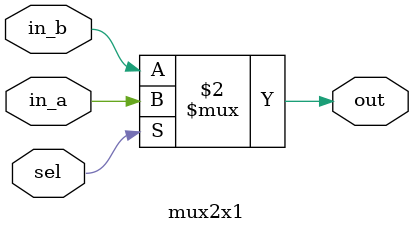
<source format=sv>
`timescale 1ns/100ps

module mux2x1 #(parameter DATA_WIDTH=1) (
    input   logic [DATA_WIDTH-1:0]  in_a,
    input   logic [DATA_WIDTH-1:0]  in_b,
    input   logic                   sel,
    output  logic [DATA_WIDTH-1:0]  out
);

    always @(sel) begin
        out = (sel)? in_a : in_b;
    end

endmodule
</source>
